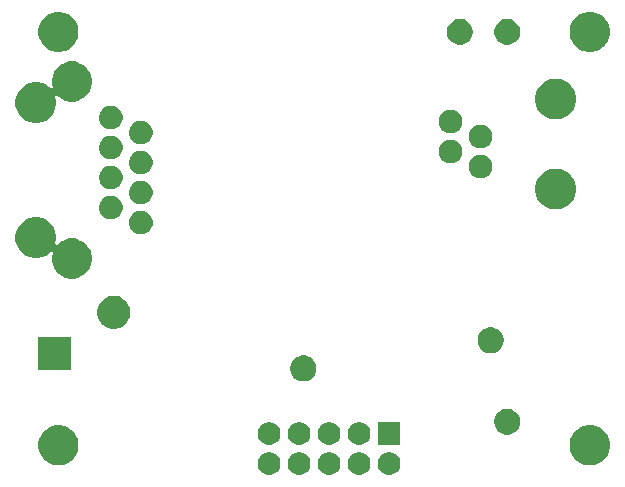
<source format=gbs>
G04 #@! TF.GenerationSoftware,KiCad,Pcbnew,(5.0.2)-1*
G04 #@! TF.CreationDate,2019-05-12T17:47:40+02:00*
G04 #@! TF.ProjectId,MotorController,4d6f746f-7243-46f6-9e74-726f6c6c6572,rev?*
G04 #@! TF.SameCoordinates,Original*
G04 #@! TF.FileFunction,Soldermask,Bot*
G04 #@! TF.FilePolarity,Negative*
%FSLAX46Y46*%
G04 Gerber Fmt 4.6, Leading zero omitted, Abs format (unit mm)*
G04 Created by KiCad (PCBNEW (5.0.2)-1) date 12.05.2019 17:47:40*
%MOMM*%
%LPD*%
G01*
G04 APERTURE LIST*
%ADD10C,0.100000*%
G04 APERTURE END LIST*
D10*
G36*
X103068452Y-100586359D02*
X103108899Y-100590343D01*
X103193449Y-100615991D01*
X103290537Y-100645442D01*
X103457939Y-100734920D01*
X103604665Y-100855335D01*
X103725080Y-101002061D01*
X103814558Y-101169463D01*
X103844009Y-101266551D01*
X103869657Y-101351101D01*
X103869657Y-101351103D01*
X103888263Y-101540000D01*
X103878938Y-101634669D01*
X103869657Y-101728899D01*
X103844009Y-101813449D01*
X103814558Y-101910537D01*
X103725080Y-102077939D01*
X103604665Y-102224665D01*
X103457939Y-102345080D01*
X103290537Y-102434558D01*
X103193449Y-102464009D01*
X103108899Y-102489657D01*
X103068452Y-102493641D01*
X102967339Y-102503600D01*
X102872661Y-102503600D01*
X102771548Y-102493641D01*
X102731101Y-102489657D01*
X102646551Y-102464009D01*
X102549463Y-102434558D01*
X102382061Y-102345080D01*
X102235335Y-102224665D01*
X102114920Y-102077939D01*
X102025442Y-101910537D01*
X101995991Y-101813449D01*
X101970343Y-101728899D01*
X101961062Y-101634669D01*
X101951737Y-101540000D01*
X101970343Y-101351103D01*
X101970343Y-101351101D01*
X101995991Y-101266551D01*
X102025442Y-101169463D01*
X102114920Y-101002061D01*
X102235335Y-100855335D01*
X102382061Y-100734920D01*
X102549463Y-100645442D01*
X102646551Y-100615991D01*
X102731101Y-100590343D01*
X102771548Y-100586359D01*
X102872661Y-100576400D01*
X102967339Y-100576400D01*
X103068452Y-100586359D01*
X103068452Y-100586359D01*
G37*
G36*
X105608452Y-100586359D02*
X105648899Y-100590343D01*
X105733449Y-100615991D01*
X105830537Y-100645442D01*
X105997939Y-100734920D01*
X106144665Y-100855335D01*
X106265080Y-101002061D01*
X106354558Y-101169463D01*
X106384009Y-101266551D01*
X106409657Y-101351101D01*
X106409657Y-101351103D01*
X106428263Y-101540000D01*
X106418938Y-101634669D01*
X106409657Y-101728899D01*
X106384009Y-101813449D01*
X106354558Y-101910537D01*
X106265080Y-102077939D01*
X106144665Y-102224665D01*
X105997939Y-102345080D01*
X105830537Y-102434558D01*
X105733449Y-102464009D01*
X105648899Y-102489657D01*
X105608452Y-102493641D01*
X105507339Y-102503600D01*
X105412661Y-102503600D01*
X105311548Y-102493641D01*
X105271101Y-102489657D01*
X105186551Y-102464009D01*
X105089463Y-102434558D01*
X104922061Y-102345080D01*
X104775335Y-102224665D01*
X104654920Y-102077939D01*
X104565442Y-101910537D01*
X104535991Y-101813449D01*
X104510343Y-101728899D01*
X104501062Y-101634669D01*
X104491737Y-101540000D01*
X104510343Y-101351103D01*
X104510343Y-101351101D01*
X104535991Y-101266551D01*
X104565442Y-101169463D01*
X104654920Y-101002061D01*
X104775335Y-100855335D01*
X104922061Y-100734920D01*
X105089463Y-100645442D01*
X105186551Y-100615991D01*
X105271101Y-100590343D01*
X105311548Y-100586359D01*
X105412661Y-100576400D01*
X105507339Y-100576400D01*
X105608452Y-100586359D01*
X105608452Y-100586359D01*
G37*
G36*
X108148452Y-100586359D02*
X108188899Y-100590343D01*
X108273449Y-100615991D01*
X108370537Y-100645442D01*
X108537939Y-100734920D01*
X108684665Y-100855335D01*
X108805080Y-101002061D01*
X108894558Y-101169463D01*
X108924009Y-101266551D01*
X108949657Y-101351101D01*
X108949657Y-101351103D01*
X108968263Y-101540000D01*
X108958938Y-101634669D01*
X108949657Y-101728899D01*
X108924009Y-101813449D01*
X108894558Y-101910537D01*
X108805080Y-102077939D01*
X108684665Y-102224665D01*
X108537939Y-102345080D01*
X108370537Y-102434558D01*
X108273449Y-102464009D01*
X108188899Y-102489657D01*
X108148452Y-102493641D01*
X108047339Y-102503600D01*
X107952661Y-102503600D01*
X107851548Y-102493641D01*
X107811101Y-102489657D01*
X107726551Y-102464009D01*
X107629463Y-102434558D01*
X107462061Y-102345080D01*
X107315335Y-102224665D01*
X107194920Y-102077939D01*
X107105442Y-101910537D01*
X107075991Y-101813449D01*
X107050343Y-101728899D01*
X107041062Y-101634669D01*
X107031737Y-101540000D01*
X107050343Y-101351103D01*
X107050343Y-101351101D01*
X107075991Y-101266551D01*
X107105442Y-101169463D01*
X107194920Y-101002061D01*
X107315335Y-100855335D01*
X107462061Y-100734920D01*
X107629463Y-100645442D01*
X107726551Y-100615991D01*
X107811101Y-100590343D01*
X107851548Y-100586359D01*
X107952661Y-100576400D01*
X108047339Y-100576400D01*
X108148452Y-100586359D01*
X108148452Y-100586359D01*
G37*
G36*
X100528452Y-100586359D02*
X100568899Y-100590343D01*
X100653449Y-100615991D01*
X100750537Y-100645442D01*
X100917939Y-100734920D01*
X101064665Y-100855335D01*
X101185080Y-101002061D01*
X101274558Y-101169463D01*
X101304009Y-101266551D01*
X101329657Y-101351101D01*
X101329657Y-101351103D01*
X101348263Y-101540000D01*
X101338938Y-101634669D01*
X101329657Y-101728899D01*
X101304009Y-101813449D01*
X101274558Y-101910537D01*
X101185080Y-102077939D01*
X101064665Y-102224665D01*
X100917939Y-102345080D01*
X100750537Y-102434558D01*
X100653449Y-102464009D01*
X100568899Y-102489657D01*
X100528452Y-102493641D01*
X100427339Y-102503600D01*
X100332661Y-102503600D01*
X100231548Y-102493641D01*
X100191101Y-102489657D01*
X100106551Y-102464009D01*
X100009463Y-102434558D01*
X99842061Y-102345080D01*
X99695335Y-102224665D01*
X99574920Y-102077939D01*
X99485442Y-101910537D01*
X99455991Y-101813449D01*
X99430343Y-101728899D01*
X99421062Y-101634669D01*
X99411737Y-101540000D01*
X99430343Y-101351103D01*
X99430343Y-101351101D01*
X99455991Y-101266551D01*
X99485442Y-101169463D01*
X99574920Y-101002061D01*
X99695335Y-100855335D01*
X99842061Y-100734920D01*
X100009463Y-100645442D01*
X100106551Y-100615991D01*
X100191101Y-100590343D01*
X100231548Y-100586359D01*
X100332661Y-100576400D01*
X100427339Y-100576400D01*
X100528452Y-100586359D01*
X100528452Y-100586359D01*
G37*
G36*
X97988452Y-100586359D02*
X98028899Y-100590343D01*
X98113449Y-100615991D01*
X98210537Y-100645442D01*
X98377939Y-100734920D01*
X98524665Y-100855335D01*
X98645080Y-101002061D01*
X98734558Y-101169463D01*
X98764009Y-101266551D01*
X98789657Y-101351101D01*
X98789657Y-101351103D01*
X98808263Y-101540000D01*
X98798938Y-101634669D01*
X98789657Y-101728899D01*
X98764009Y-101813449D01*
X98734558Y-101910537D01*
X98645080Y-102077939D01*
X98524665Y-102224665D01*
X98377939Y-102345080D01*
X98210537Y-102434558D01*
X98113449Y-102464009D01*
X98028899Y-102489657D01*
X97988452Y-102493641D01*
X97887339Y-102503600D01*
X97792661Y-102503600D01*
X97691548Y-102493641D01*
X97651101Y-102489657D01*
X97566551Y-102464009D01*
X97469463Y-102434558D01*
X97302061Y-102345080D01*
X97155335Y-102224665D01*
X97034920Y-102077939D01*
X96945442Y-101910537D01*
X96915991Y-101813449D01*
X96890343Y-101728899D01*
X96881062Y-101634669D01*
X96871737Y-101540000D01*
X96890343Y-101351103D01*
X96890343Y-101351101D01*
X96915991Y-101266551D01*
X96945442Y-101169463D01*
X97034920Y-101002061D01*
X97155335Y-100855335D01*
X97302061Y-100734920D01*
X97469463Y-100645442D01*
X97566551Y-100615991D01*
X97651101Y-100590343D01*
X97691548Y-100586359D01*
X97792661Y-100576400D01*
X97887339Y-100576400D01*
X97988452Y-100586359D01*
X97988452Y-100586359D01*
G37*
G36*
X125495872Y-98365330D02*
X125495874Y-98365331D01*
X125495875Y-98365331D01*
X125556284Y-98390353D01*
X125805252Y-98493479D01*
X126083687Y-98679523D01*
X126320477Y-98916313D01*
X126506521Y-99194748D01*
X126634670Y-99504128D01*
X126700000Y-99832565D01*
X126700000Y-100167435D01*
X126634670Y-100495872D01*
X126506521Y-100805252D01*
X126320477Y-101083687D01*
X126083687Y-101320477D01*
X125805252Y-101506521D01*
X125556284Y-101609647D01*
X125495875Y-101634669D01*
X125495874Y-101634669D01*
X125495872Y-101634670D01*
X125167435Y-101700000D01*
X124832565Y-101700000D01*
X124504128Y-101634670D01*
X124504126Y-101634669D01*
X124504125Y-101634669D01*
X124443716Y-101609647D01*
X124194748Y-101506521D01*
X123916313Y-101320477D01*
X123679523Y-101083687D01*
X123493479Y-100805252D01*
X123365330Y-100495872D01*
X123300000Y-100167435D01*
X123300000Y-99832565D01*
X123365330Y-99504128D01*
X123493479Y-99194748D01*
X123679523Y-98916313D01*
X123916313Y-98679523D01*
X124194748Y-98493479D01*
X124443716Y-98390353D01*
X124504125Y-98365331D01*
X124504126Y-98365331D01*
X124504128Y-98365330D01*
X124832565Y-98300000D01*
X125167435Y-98300000D01*
X125495872Y-98365330D01*
X125495872Y-98365330D01*
G37*
G36*
X80495872Y-98365330D02*
X80495874Y-98365331D01*
X80495875Y-98365331D01*
X80556284Y-98390353D01*
X80805252Y-98493479D01*
X81083687Y-98679523D01*
X81320477Y-98916313D01*
X81506521Y-99194748D01*
X81634670Y-99504128D01*
X81700000Y-99832565D01*
X81700000Y-100167435D01*
X81634670Y-100495872D01*
X81506521Y-100805252D01*
X81320477Y-101083687D01*
X81083687Y-101320477D01*
X80805252Y-101506521D01*
X80556284Y-101609647D01*
X80495875Y-101634669D01*
X80495874Y-101634669D01*
X80495872Y-101634670D01*
X80167435Y-101700000D01*
X79832565Y-101700000D01*
X79504128Y-101634670D01*
X79504126Y-101634669D01*
X79504125Y-101634669D01*
X79443716Y-101609647D01*
X79194748Y-101506521D01*
X78916313Y-101320477D01*
X78679523Y-101083687D01*
X78493479Y-100805252D01*
X78365330Y-100495872D01*
X78300000Y-100167435D01*
X78300000Y-99832565D01*
X78365330Y-99504128D01*
X78493479Y-99194748D01*
X78679523Y-98916313D01*
X78916313Y-98679523D01*
X79194748Y-98493479D01*
X79443716Y-98390353D01*
X79504125Y-98365331D01*
X79504126Y-98365331D01*
X79504128Y-98365330D01*
X79832565Y-98300000D01*
X80167435Y-98300000D01*
X80495872Y-98365330D01*
X80495872Y-98365330D01*
G37*
G36*
X105608452Y-98046359D02*
X105648899Y-98050343D01*
X105733449Y-98075991D01*
X105830537Y-98105442D01*
X105997939Y-98194920D01*
X106144665Y-98315335D01*
X106265080Y-98462061D01*
X106354558Y-98629463D01*
X106384009Y-98726551D01*
X106409657Y-98811101D01*
X106409657Y-98811103D01*
X106428263Y-99000000D01*
X106418413Y-99100000D01*
X106409657Y-99188899D01*
X106384009Y-99273449D01*
X106354558Y-99370537D01*
X106265080Y-99537939D01*
X106144665Y-99684665D01*
X105997939Y-99805080D01*
X105830537Y-99894558D01*
X105733449Y-99924009D01*
X105648899Y-99949657D01*
X105608452Y-99953641D01*
X105507339Y-99963600D01*
X105412661Y-99963600D01*
X105311548Y-99953641D01*
X105271101Y-99949657D01*
X105186551Y-99924009D01*
X105089463Y-99894558D01*
X104922061Y-99805080D01*
X104775335Y-99684665D01*
X104654920Y-99537939D01*
X104565442Y-99370537D01*
X104535991Y-99273449D01*
X104510343Y-99188899D01*
X104501587Y-99100000D01*
X104491737Y-99000000D01*
X104510343Y-98811103D01*
X104510343Y-98811101D01*
X104535991Y-98726551D01*
X104565442Y-98629463D01*
X104654920Y-98462061D01*
X104775335Y-98315335D01*
X104922061Y-98194920D01*
X105089463Y-98105442D01*
X105186551Y-98075991D01*
X105271101Y-98050343D01*
X105311548Y-98046359D01*
X105412661Y-98036400D01*
X105507339Y-98036400D01*
X105608452Y-98046359D01*
X105608452Y-98046359D01*
G37*
G36*
X103068452Y-98046359D02*
X103108899Y-98050343D01*
X103193449Y-98075991D01*
X103290537Y-98105442D01*
X103457939Y-98194920D01*
X103604665Y-98315335D01*
X103725080Y-98462061D01*
X103814558Y-98629463D01*
X103844009Y-98726551D01*
X103869657Y-98811101D01*
X103869657Y-98811103D01*
X103888263Y-99000000D01*
X103878413Y-99100000D01*
X103869657Y-99188899D01*
X103844009Y-99273449D01*
X103814558Y-99370537D01*
X103725080Y-99537939D01*
X103604665Y-99684665D01*
X103457939Y-99805080D01*
X103290537Y-99894558D01*
X103193449Y-99924009D01*
X103108899Y-99949657D01*
X103068452Y-99953641D01*
X102967339Y-99963600D01*
X102872661Y-99963600D01*
X102771548Y-99953641D01*
X102731101Y-99949657D01*
X102646551Y-99924009D01*
X102549463Y-99894558D01*
X102382061Y-99805080D01*
X102235335Y-99684665D01*
X102114920Y-99537939D01*
X102025442Y-99370537D01*
X101995991Y-99273449D01*
X101970343Y-99188899D01*
X101961587Y-99100000D01*
X101951737Y-99000000D01*
X101970343Y-98811103D01*
X101970343Y-98811101D01*
X101995991Y-98726551D01*
X102025442Y-98629463D01*
X102114920Y-98462061D01*
X102235335Y-98315335D01*
X102382061Y-98194920D01*
X102549463Y-98105442D01*
X102646551Y-98075991D01*
X102731101Y-98050343D01*
X102771548Y-98046359D01*
X102872661Y-98036400D01*
X102967339Y-98036400D01*
X103068452Y-98046359D01*
X103068452Y-98046359D01*
G37*
G36*
X100528452Y-98046359D02*
X100568899Y-98050343D01*
X100653449Y-98075991D01*
X100750537Y-98105442D01*
X100917939Y-98194920D01*
X101064665Y-98315335D01*
X101185080Y-98462061D01*
X101274558Y-98629463D01*
X101304009Y-98726551D01*
X101329657Y-98811101D01*
X101329657Y-98811103D01*
X101348263Y-99000000D01*
X101338413Y-99100000D01*
X101329657Y-99188899D01*
X101304009Y-99273449D01*
X101274558Y-99370537D01*
X101185080Y-99537939D01*
X101064665Y-99684665D01*
X100917939Y-99805080D01*
X100750537Y-99894558D01*
X100653449Y-99924009D01*
X100568899Y-99949657D01*
X100528452Y-99953641D01*
X100427339Y-99963600D01*
X100332661Y-99963600D01*
X100231548Y-99953641D01*
X100191101Y-99949657D01*
X100106551Y-99924009D01*
X100009463Y-99894558D01*
X99842061Y-99805080D01*
X99695335Y-99684665D01*
X99574920Y-99537939D01*
X99485442Y-99370537D01*
X99455991Y-99273449D01*
X99430343Y-99188899D01*
X99421587Y-99100000D01*
X99411737Y-99000000D01*
X99430343Y-98811103D01*
X99430343Y-98811101D01*
X99455991Y-98726551D01*
X99485442Y-98629463D01*
X99574920Y-98462061D01*
X99695335Y-98315335D01*
X99842061Y-98194920D01*
X100009463Y-98105442D01*
X100106551Y-98075991D01*
X100191101Y-98050343D01*
X100231548Y-98046359D01*
X100332661Y-98036400D01*
X100427339Y-98036400D01*
X100528452Y-98046359D01*
X100528452Y-98046359D01*
G37*
G36*
X97988452Y-98046359D02*
X98028899Y-98050343D01*
X98113449Y-98075991D01*
X98210537Y-98105442D01*
X98377939Y-98194920D01*
X98524665Y-98315335D01*
X98645080Y-98462061D01*
X98734558Y-98629463D01*
X98764009Y-98726551D01*
X98789657Y-98811101D01*
X98789657Y-98811103D01*
X98808263Y-99000000D01*
X98798413Y-99100000D01*
X98789657Y-99188899D01*
X98764009Y-99273449D01*
X98734558Y-99370537D01*
X98645080Y-99537939D01*
X98524665Y-99684665D01*
X98377939Y-99805080D01*
X98210537Y-99894558D01*
X98113449Y-99924009D01*
X98028899Y-99949657D01*
X97988452Y-99953641D01*
X97887339Y-99963600D01*
X97792661Y-99963600D01*
X97691548Y-99953641D01*
X97651101Y-99949657D01*
X97566551Y-99924009D01*
X97469463Y-99894558D01*
X97302061Y-99805080D01*
X97155335Y-99684665D01*
X97034920Y-99537939D01*
X96945442Y-99370537D01*
X96915991Y-99273449D01*
X96890343Y-99188899D01*
X96881587Y-99100000D01*
X96871737Y-99000000D01*
X96890343Y-98811103D01*
X96890343Y-98811101D01*
X96915991Y-98726551D01*
X96945442Y-98629463D01*
X97034920Y-98462061D01*
X97155335Y-98315335D01*
X97302061Y-98194920D01*
X97469463Y-98105442D01*
X97566551Y-98075991D01*
X97651101Y-98050343D01*
X97691548Y-98046359D01*
X97792661Y-98036400D01*
X97887339Y-98036400D01*
X97988452Y-98046359D01*
X97988452Y-98046359D01*
G37*
G36*
X108963600Y-99963600D02*
X107036400Y-99963600D01*
X107036400Y-98036400D01*
X108963600Y-98036400D01*
X108963600Y-99963600D01*
X108963600Y-99963600D01*
G37*
G36*
X118320856Y-96942272D02*
X118521045Y-97025193D01*
X118701207Y-97145573D01*
X118854427Y-97298793D01*
X118974807Y-97478955D01*
X119057728Y-97679144D01*
X119100000Y-97891657D01*
X119100000Y-98108343D01*
X119057728Y-98320856D01*
X118974807Y-98521045D01*
X118854427Y-98701207D01*
X118701207Y-98854427D01*
X118521045Y-98974807D01*
X118320856Y-99057728D01*
X118108343Y-99100000D01*
X117891657Y-99100000D01*
X117679144Y-99057728D01*
X117478955Y-98974807D01*
X117298793Y-98854427D01*
X117145573Y-98701207D01*
X117025193Y-98521045D01*
X116942272Y-98320856D01*
X116900000Y-98108343D01*
X116900000Y-97891657D01*
X116942272Y-97679144D01*
X117025193Y-97478955D01*
X117145573Y-97298793D01*
X117298793Y-97145573D01*
X117478955Y-97025193D01*
X117679144Y-96942272D01*
X117891657Y-96900000D01*
X118108343Y-96900000D01*
X118320856Y-96942272D01*
X118320856Y-96942272D01*
G37*
G36*
X101070856Y-92442272D02*
X101271045Y-92525193D01*
X101451207Y-92645573D01*
X101604427Y-92798793D01*
X101724807Y-92978955D01*
X101807728Y-93179144D01*
X101850000Y-93391657D01*
X101850000Y-93608343D01*
X101807728Y-93820856D01*
X101724807Y-94021045D01*
X101604427Y-94201207D01*
X101451207Y-94354427D01*
X101271045Y-94474807D01*
X101070856Y-94557728D01*
X100858343Y-94600000D01*
X100641657Y-94600000D01*
X100429144Y-94557728D01*
X100228955Y-94474807D01*
X100048793Y-94354427D01*
X99895573Y-94201207D01*
X99775193Y-94021045D01*
X99692272Y-93820856D01*
X99650000Y-93608343D01*
X99650000Y-93391657D01*
X99692272Y-93179144D01*
X99775193Y-92978955D01*
X99895573Y-92798793D01*
X100048793Y-92645573D01*
X100228955Y-92525193D01*
X100429144Y-92442272D01*
X100641657Y-92400000D01*
X100858343Y-92400000D01*
X101070856Y-92442272D01*
X101070856Y-92442272D01*
G37*
G36*
X81100000Y-93650000D02*
X78300000Y-93650000D01*
X78300000Y-90850000D01*
X81100000Y-90850000D01*
X81100000Y-93650000D01*
X81100000Y-93650000D01*
G37*
G36*
X116920856Y-90042272D02*
X117121045Y-90125193D01*
X117301207Y-90245573D01*
X117454427Y-90398793D01*
X117574807Y-90578955D01*
X117657728Y-90779144D01*
X117700000Y-90991657D01*
X117700000Y-91208343D01*
X117657728Y-91420856D01*
X117574807Y-91621045D01*
X117454427Y-91801207D01*
X117301207Y-91954427D01*
X117121045Y-92074807D01*
X116920856Y-92157728D01*
X116708343Y-92200000D01*
X116491657Y-92200000D01*
X116279144Y-92157728D01*
X116078955Y-92074807D01*
X115898793Y-91954427D01*
X115745573Y-91801207D01*
X115625193Y-91621045D01*
X115542272Y-91420856D01*
X115500000Y-91208343D01*
X115500000Y-90991657D01*
X115542272Y-90779144D01*
X115625193Y-90578955D01*
X115745573Y-90398793D01*
X115898793Y-90245573D01*
X116078955Y-90125193D01*
X116279144Y-90042272D01*
X116491657Y-90000000D01*
X116708343Y-90000000D01*
X116920856Y-90042272D01*
X116920856Y-90042272D01*
G37*
G36*
X85108365Y-87403801D02*
X85108367Y-87403802D01*
X85108368Y-87403802D01*
X85363149Y-87509336D01*
X85592448Y-87662549D01*
X85787451Y-87857552D01*
X85940664Y-88086851D01*
X86046199Y-88341635D01*
X86100000Y-88612112D01*
X86100000Y-88887888D01*
X86046199Y-89158365D01*
X85940664Y-89413149D01*
X85787451Y-89642448D01*
X85592448Y-89837451D01*
X85363149Y-89990664D01*
X85108368Y-90096198D01*
X85108367Y-90096198D01*
X85108365Y-90096199D01*
X84837888Y-90150000D01*
X84562112Y-90150000D01*
X84291635Y-90096199D01*
X84291633Y-90096198D01*
X84291632Y-90096198D01*
X84036851Y-89990664D01*
X83807552Y-89837451D01*
X83612549Y-89642448D01*
X83459336Y-89413149D01*
X83353801Y-89158365D01*
X83300000Y-88887888D01*
X83300000Y-88612112D01*
X83353801Y-88341635D01*
X83459336Y-88086851D01*
X83612549Y-87857552D01*
X83807552Y-87662549D01*
X84036851Y-87509336D01*
X84291632Y-87403802D01*
X84291633Y-87403802D01*
X84291635Y-87403801D01*
X84562112Y-87350000D01*
X84837888Y-87350000D01*
X85108365Y-87403801D01*
X85108365Y-87403801D01*
G37*
G36*
X78603164Y-80756290D02*
X78917094Y-80886324D01*
X79199624Y-81075105D01*
X79439895Y-81315376D01*
X79628676Y-81597906D01*
X79758710Y-81911836D01*
X79825000Y-82245102D01*
X79825000Y-82584898D01*
X79758710Y-82918164D01*
X79758707Y-82918172D01*
X79758471Y-82919357D01*
X79756550Y-82938866D01*
X79758471Y-82958375D01*
X79764162Y-82977134D01*
X79773403Y-82994423D01*
X79785839Y-83009577D01*
X79800993Y-83022013D01*
X79818282Y-83031254D01*
X79837041Y-83036945D01*
X79856550Y-83038866D01*
X79876059Y-83036945D01*
X79894818Y-83031254D01*
X79912107Y-83022013D01*
X79927250Y-83009586D01*
X80064313Y-82872523D01*
X80342748Y-82686479D01*
X80591716Y-82583353D01*
X80652125Y-82558331D01*
X80652126Y-82558331D01*
X80652128Y-82558330D01*
X80980565Y-82493000D01*
X81315435Y-82493000D01*
X81643872Y-82558330D01*
X81643874Y-82558331D01*
X81643875Y-82558331D01*
X81704284Y-82583353D01*
X81953252Y-82686479D01*
X82231687Y-82872523D01*
X82468477Y-83109313D01*
X82654521Y-83387748D01*
X82734754Y-83581449D01*
X82760325Y-83643181D01*
X82782670Y-83697128D01*
X82848000Y-84025565D01*
X82848000Y-84360435D01*
X82782670Y-84688872D01*
X82654521Y-84998252D01*
X82468477Y-85276687D01*
X82231687Y-85513477D01*
X81953252Y-85699521D01*
X81704284Y-85802647D01*
X81643875Y-85827669D01*
X81643874Y-85827669D01*
X81643872Y-85827670D01*
X81315435Y-85893000D01*
X80980565Y-85893000D01*
X80652128Y-85827670D01*
X80652126Y-85827669D01*
X80652125Y-85827669D01*
X80591716Y-85802647D01*
X80342748Y-85699521D01*
X80064313Y-85513477D01*
X79827523Y-85276687D01*
X79641479Y-84998252D01*
X79513330Y-84688872D01*
X79448000Y-84360435D01*
X79448000Y-84025565D01*
X79512570Y-83700950D01*
X79514490Y-83681449D01*
X79512569Y-83661940D01*
X79506878Y-83643181D01*
X79497637Y-83625892D01*
X79485201Y-83610738D01*
X79470047Y-83598302D01*
X79452758Y-83589061D01*
X79433999Y-83583370D01*
X79414490Y-83581449D01*
X79394981Y-83583370D01*
X79376222Y-83589061D01*
X79358933Y-83598302D01*
X79343790Y-83610729D01*
X79199624Y-83754895D01*
X78917094Y-83943676D01*
X78603164Y-84073710D01*
X78269898Y-84140000D01*
X77930102Y-84140000D01*
X77596836Y-84073710D01*
X77282906Y-83943676D01*
X77000376Y-83754895D01*
X76760105Y-83514624D01*
X76571324Y-83232094D01*
X76441290Y-82918164D01*
X76375000Y-82584898D01*
X76375000Y-82245102D01*
X76441290Y-81911836D01*
X76571324Y-81597906D01*
X76760105Y-81315376D01*
X77000376Y-81075105D01*
X77282906Y-80886324D01*
X77596836Y-80756290D01*
X77930102Y-80690000D01*
X78269898Y-80690000D01*
X78603164Y-80756290D01*
X78603164Y-80756290D01*
G37*
G36*
X87197520Y-80166687D02*
X87281689Y-80183429D01*
X87463678Y-80258811D01*
X87627463Y-80368249D01*
X87766751Y-80507537D01*
X87876189Y-80671322D01*
X87951571Y-80853311D01*
X87958138Y-80886325D01*
X87990000Y-81046506D01*
X87990000Y-81243494D01*
X87975701Y-81315379D01*
X87951571Y-81436689D01*
X87876189Y-81618678D01*
X87766751Y-81782463D01*
X87627463Y-81921751D01*
X87463678Y-82031189D01*
X87281689Y-82106571D01*
X87204410Y-82121943D01*
X87088494Y-82145000D01*
X86891506Y-82145000D01*
X86775590Y-82121943D01*
X86698311Y-82106571D01*
X86516322Y-82031189D01*
X86352537Y-81921751D01*
X86213249Y-81782463D01*
X86103811Y-81618678D01*
X86028429Y-81436689D01*
X86004299Y-81315379D01*
X85990000Y-81243494D01*
X85990000Y-81046506D01*
X86021862Y-80886325D01*
X86028429Y-80853311D01*
X86103811Y-80671322D01*
X86213249Y-80507537D01*
X86352537Y-80368249D01*
X86516322Y-80258811D01*
X86698311Y-80183429D01*
X86782480Y-80166687D01*
X86891506Y-80145000D01*
X87088494Y-80145000D01*
X87197520Y-80166687D01*
X87197520Y-80166687D01*
G37*
G36*
X84657520Y-78896687D02*
X84741689Y-78913429D01*
X84923678Y-78988811D01*
X85087463Y-79098249D01*
X85226751Y-79237537D01*
X85336189Y-79401322D01*
X85411571Y-79583311D01*
X85411571Y-79583313D01*
X85450000Y-79776506D01*
X85450000Y-79973494D01*
X85426943Y-80089410D01*
X85411571Y-80166689D01*
X85336189Y-80348678D01*
X85226751Y-80512463D01*
X85087463Y-80651751D01*
X84923678Y-80761189D01*
X84741689Y-80836571D01*
X84664410Y-80851943D01*
X84548494Y-80875000D01*
X84351506Y-80875000D01*
X84235590Y-80851943D01*
X84158311Y-80836571D01*
X83976322Y-80761189D01*
X83812537Y-80651751D01*
X83673249Y-80512463D01*
X83563811Y-80348678D01*
X83488429Y-80166689D01*
X83473057Y-80089410D01*
X83450000Y-79973494D01*
X83450000Y-79776506D01*
X83488429Y-79583313D01*
X83488429Y-79583311D01*
X83563811Y-79401322D01*
X83673249Y-79237537D01*
X83812537Y-79098249D01*
X83976322Y-78988811D01*
X84158311Y-78913429D01*
X84242480Y-78896687D01*
X84351506Y-78875000D01*
X84548494Y-78875000D01*
X84657520Y-78896687D01*
X84657520Y-78896687D01*
G37*
G36*
X122603164Y-76651290D02*
X122917094Y-76781324D01*
X123199624Y-76970105D01*
X123439895Y-77210376D01*
X123628676Y-77492906D01*
X123758710Y-77806836D01*
X123825000Y-78140102D01*
X123825000Y-78479898D01*
X123758710Y-78813164D01*
X123628676Y-79127094D01*
X123439895Y-79409624D01*
X123199624Y-79649895D01*
X122917094Y-79838676D01*
X122603164Y-79968710D01*
X122269898Y-80035000D01*
X121930102Y-80035000D01*
X121596836Y-79968710D01*
X121282906Y-79838676D01*
X121000376Y-79649895D01*
X120760105Y-79409624D01*
X120571324Y-79127094D01*
X120441290Y-78813164D01*
X120375000Y-78479898D01*
X120375000Y-78140102D01*
X120441290Y-77806836D01*
X120571324Y-77492906D01*
X120760105Y-77210376D01*
X121000376Y-76970105D01*
X121282906Y-76781324D01*
X121596836Y-76651290D01*
X121930102Y-76585000D01*
X122269898Y-76585000D01*
X122603164Y-76651290D01*
X122603164Y-76651290D01*
G37*
G36*
X87197520Y-77626687D02*
X87281689Y-77643429D01*
X87463678Y-77718811D01*
X87627463Y-77828249D01*
X87766751Y-77967537D01*
X87876189Y-78131322D01*
X87951571Y-78313311D01*
X87951571Y-78313313D01*
X87990000Y-78506506D01*
X87990000Y-78703494D01*
X87968185Y-78813164D01*
X87951571Y-78896689D01*
X87876189Y-79078678D01*
X87766751Y-79242463D01*
X87627463Y-79381751D01*
X87463678Y-79491189D01*
X87281689Y-79566571D01*
X87204410Y-79581943D01*
X87088494Y-79605000D01*
X86891506Y-79605000D01*
X86775590Y-79581943D01*
X86698311Y-79566571D01*
X86516322Y-79491189D01*
X86352537Y-79381751D01*
X86213249Y-79242463D01*
X86103811Y-79078678D01*
X86028429Y-78896689D01*
X86011815Y-78813164D01*
X85990000Y-78703494D01*
X85990000Y-78506506D01*
X86028429Y-78313313D01*
X86028429Y-78313311D01*
X86103811Y-78131322D01*
X86213249Y-77967537D01*
X86352537Y-77828249D01*
X86516322Y-77718811D01*
X86698311Y-77643429D01*
X86782480Y-77626687D01*
X86891506Y-77605000D01*
X87088494Y-77605000D01*
X87197520Y-77626687D01*
X87197520Y-77626687D01*
G37*
G36*
X84657520Y-76356687D02*
X84741689Y-76373429D01*
X84923678Y-76448811D01*
X85087463Y-76558249D01*
X85226751Y-76697537D01*
X85336189Y-76861322D01*
X85411571Y-77043311D01*
X85411571Y-77043313D01*
X85450000Y-77236506D01*
X85450000Y-77433494D01*
X85438182Y-77492906D01*
X85411571Y-77626689D01*
X85336189Y-77808678D01*
X85226751Y-77972463D01*
X85087463Y-78111751D01*
X84923678Y-78221189D01*
X84741689Y-78296571D01*
X84664410Y-78311943D01*
X84548494Y-78335000D01*
X84351506Y-78335000D01*
X84235590Y-78311943D01*
X84158311Y-78296571D01*
X83976322Y-78221189D01*
X83812537Y-78111751D01*
X83673249Y-77972463D01*
X83563811Y-77808678D01*
X83488429Y-77626689D01*
X83461818Y-77492906D01*
X83450000Y-77433494D01*
X83450000Y-77236506D01*
X83488429Y-77043313D01*
X83488429Y-77043311D01*
X83563811Y-76861322D01*
X83673249Y-76697537D01*
X83812537Y-76558249D01*
X83976322Y-76448811D01*
X84158311Y-76373429D01*
X84242480Y-76356687D01*
X84351506Y-76335000D01*
X84548494Y-76335000D01*
X84657520Y-76356687D01*
X84657520Y-76356687D01*
G37*
G36*
X115957520Y-75421687D02*
X116041689Y-75438429D01*
X116223678Y-75513811D01*
X116387463Y-75623249D01*
X116526751Y-75762537D01*
X116636189Y-75926322D01*
X116711571Y-76108311D01*
X116711571Y-76108313D01*
X116750000Y-76301506D01*
X116750000Y-76498494D01*
X116738114Y-76558249D01*
X116711571Y-76691689D01*
X116636189Y-76873678D01*
X116526751Y-77037463D01*
X116387463Y-77176751D01*
X116223678Y-77286189D01*
X116041689Y-77361571D01*
X115964410Y-77376943D01*
X115848494Y-77400000D01*
X115651506Y-77400000D01*
X115535590Y-77376943D01*
X115458311Y-77361571D01*
X115276322Y-77286189D01*
X115112537Y-77176751D01*
X114973249Y-77037463D01*
X114863811Y-76873678D01*
X114788429Y-76691689D01*
X114761886Y-76558249D01*
X114750000Y-76498494D01*
X114750000Y-76301506D01*
X114788429Y-76108313D01*
X114788429Y-76108311D01*
X114863811Y-75926322D01*
X114973249Y-75762537D01*
X115112537Y-75623249D01*
X115276322Y-75513811D01*
X115458311Y-75438429D01*
X115542480Y-75421687D01*
X115651506Y-75400000D01*
X115848494Y-75400000D01*
X115957520Y-75421687D01*
X115957520Y-75421687D01*
G37*
G36*
X87197520Y-75086687D02*
X87281689Y-75103429D01*
X87463678Y-75178811D01*
X87627463Y-75288249D01*
X87766751Y-75427537D01*
X87876189Y-75591322D01*
X87951571Y-75773311D01*
X87951571Y-75773313D01*
X87990000Y-75966506D01*
X87990000Y-76163494D01*
X87966943Y-76279410D01*
X87951571Y-76356689D01*
X87876189Y-76538678D01*
X87766751Y-76702463D01*
X87627463Y-76841751D01*
X87463678Y-76951189D01*
X87281689Y-77026571D01*
X87204410Y-77041943D01*
X87088494Y-77065000D01*
X86891506Y-77065000D01*
X86775590Y-77041943D01*
X86698311Y-77026571D01*
X86516322Y-76951189D01*
X86352537Y-76841751D01*
X86213249Y-76702463D01*
X86103811Y-76538678D01*
X86028429Y-76356689D01*
X86013057Y-76279410D01*
X85990000Y-76163494D01*
X85990000Y-75966506D01*
X86028429Y-75773313D01*
X86028429Y-75773311D01*
X86103811Y-75591322D01*
X86213249Y-75427537D01*
X86352537Y-75288249D01*
X86516322Y-75178811D01*
X86698311Y-75103429D01*
X86782480Y-75086687D01*
X86891506Y-75065000D01*
X87088494Y-75065000D01*
X87197520Y-75086687D01*
X87197520Y-75086687D01*
G37*
G36*
X113417520Y-74151687D02*
X113501689Y-74168429D01*
X113683678Y-74243811D01*
X113847463Y-74353249D01*
X113986751Y-74492537D01*
X114096189Y-74656322D01*
X114171571Y-74838311D01*
X114171571Y-74838313D01*
X114210000Y-75031506D01*
X114210000Y-75228494D01*
X114198114Y-75288249D01*
X114171571Y-75421689D01*
X114096189Y-75603678D01*
X113986751Y-75767463D01*
X113847463Y-75906751D01*
X113683678Y-76016189D01*
X113501689Y-76091571D01*
X113424410Y-76106943D01*
X113308494Y-76130000D01*
X113111506Y-76130000D01*
X112995590Y-76106943D01*
X112918311Y-76091571D01*
X112736322Y-76016189D01*
X112572537Y-75906751D01*
X112433249Y-75767463D01*
X112323811Y-75603678D01*
X112248429Y-75421689D01*
X112221886Y-75288249D01*
X112210000Y-75228494D01*
X112210000Y-75031506D01*
X112248429Y-74838313D01*
X112248429Y-74838311D01*
X112323811Y-74656322D01*
X112433249Y-74492537D01*
X112572537Y-74353249D01*
X112736322Y-74243811D01*
X112918311Y-74168429D01*
X113002480Y-74151687D01*
X113111506Y-74130000D01*
X113308494Y-74130000D01*
X113417520Y-74151687D01*
X113417520Y-74151687D01*
G37*
G36*
X84657520Y-73816687D02*
X84741689Y-73833429D01*
X84923678Y-73908811D01*
X85087463Y-74018249D01*
X85226751Y-74157537D01*
X85336189Y-74321322D01*
X85411571Y-74503311D01*
X85411571Y-74503313D01*
X85450000Y-74696506D01*
X85450000Y-74893494D01*
X85426943Y-75009410D01*
X85411571Y-75086689D01*
X85336189Y-75268678D01*
X85226751Y-75432463D01*
X85087463Y-75571751D01*
X84923678Y-75681189D01*
X84741689Y-75756571D01*
X84664410Y-75771943D01*
X84548494Y-75795000D01*
X84351506Y-75795000D01*
X84235590Y-75771943D01*
X84158311Y-75756571D01*
X83976322Y-75681189D01*
X83812537Y-75571751D01*
X83673249Y-75432463D01*
X83563811Y-75268678D01*
X83488429Y-75086689D01*
X83473057Y-75009410D01*
X83450000Y-74893494D01*
X83450000Y-74696506D01*
X83488429Y-74503313D01*
X83488429Y-74503311D01*
X83563811Y-74321322D01*
X83673249Y-74157537D01*
X83812537Y-74018249D01*
X83976322Y-73908811D01*
X84158311Y-73833429D01*
X84242480Y-73816687D01*
X84351506Y-73795000D01*
X84548494Y-73795000D01*
X84657520Y-73816687D01*
X84657520Y-73816687D01*
G37*
G36*
X115957520Y-72881687D02*
X116041689Y-72898429D01*
X116223678Y-72973811D01*
X116387463Y-73083249D01*
X116526751Y-73222537D01*
X116636189Y-73386322D01*
X116711571Y-73568311D01*
X116711571Y-73568313D01*
X116750000Y-73761506D01*
X116750000Y-73958494D01*
X116738114Y-74018249D01*
X116711571Y-74151689D01*
X116636189Y-74333678D01*
X116526751Y-74497463D01*
X116387463Y-74636751D01*
X116223678Y-74746189D01*
X116041689Y-74821571D01*
X115964410Y-74836943D01*
X115848494Y-74860000D01*
X115651506Y-74860000D01*
X115535590Y-74836943D01*
X115458311Y-74821571D01*
X115276322Y-74746189D01*
X115112537Y-74636751D01*
X114973249Y-74497463D01*
X114863811Y-74333678D01*
X114788429Y-74151689D01*
X114761886Y-74018249D01*
X114750000Y-73958494D01*
X114750000Y-73761506D01*
X114788429Y-73568313D01*
X114788429Y-73568311D01*
X114863811Y-73386322D01*
X114973249Y-73222537D01*
X115112537Y-73083249D01*
X115276322Y-72973811D01*
X115458311Y-72898429D01*
X115542480Y-72881687D01*
X115651506Y-72860000D01*
X115848494Y-72860000D01*
X115957520Y-72881687D01*
X115957520Y-72881687D01*
G37*
G36*
X87197520Y-72546687D02*
X87281689Y-72563429D01*
X87463678Y-72638811D01*
X87627463Y-72748249D01*
X87766751Y-72887537D01*
X87876189Y-73051322D01*
X87951571Y-73233311D01*
X87951571Y-73233313D01*
X87990000Y-73426506D01*
X87990000Y-73623494D01*
X87966943Y-73739410D01*
X87951571Y-73816689D01*
X87876189Y-73998678D01*
X87766751Y-74162463D01*
X87627463Y-74301751D01*
X87463678Y-74411189D01*
X87281689Y-74486571D01*
X87204410Y-74501943D01*
X87088494Y-74525000D01*
X86891506Y-74525000D01*
X86775590Y-74501943D01*
X86698311Y-74486571D01*
X86516322Y-74411189D01*
X86352537Y-74301751D01*
X86213249Y-74162463D01*
X86103811Y-73998678D01*
X86028429Y-73816689D01*
X86013057Y-73739410D01*
X85990000Y-73623494D01*
X85990000Y-73426506D01*
X86028429Y-73233313D01*
X86028429Y-73233311D01*
X86103811Y-73051322D01*
X86213249Y-72887537D01*
X86352537Y-72748249D01*
X86516322Y-72638811D01*
X86698311Y-72563429D01*
X86782480Y-72546687D01*
X86891506Y-72525000D01*
X87088494Y-72525000D01*
X87197520Y-72546687D01*
X87197520Y-72546687D01*
G37*
G36*
X113424410Y-71613057D02*
X113501689Y-71628429D01*
X113683678Y-71703811D01*
X113847463Y-71813249D01*
X113986751Y-71952537D01*
X114096189Y-72116322D01*
X114171571Y-72298311D01*
X114171571Y-72298313D01*
X114210000Y-72491506D01*
X114210000Y-72688494D01*
X114198114Y-72748249D01*
X114171571Y-72881689D01*
X114096189Y-73063678D01*
X113986751Y-73227463D01*
X113847463Y-73366751D01*
X113683678Y-73476189D01*
X113501689Y-73551571D01*
X113424410Y-73566943D01*
X113308494Y-73590000D01*
X113111506Y-73590000D01*
X112995590Y-73566943D01*
X112918311Y-73551571D01*
X112736322Y-73476189D01*
X112572537Y-73366751D01*
X112433249Y-73227463D01*
X112323811Y-73063678D01*
X112248429Y-72881689D01*
X112221886Y-72748249D01*
X112210000Y-72688494D01*
X112210000Y-72491506D01*
X112248429Y-72298313D01*
X112248429Y-72298311D01*
X112323811Y-72116322D01*
X112433249Y-71952537D01*
X112572537Y-71813249D01*
X112736322Y-71703811D01*
X112918311Y-71628429D01*
X112995590Y-71613057D01*
X113111506Y-71590000D01*
X113308494Y-71590000D01*
X113424410Y-71613057D01*
X113424410Y-71613057D01*
G37*
G36*
X84664410Y-71278057D02*
X84741689Y-71293429D01*
X84923678Y-71368811D01*
X85087463Y-71478249D01*
X85226751Y-71617537D01*
X85336189Y-71781322D01*
X85411571Y-71963311D01*
X85411571Y-71963313D01*
X85450000Y-72156506D01*
X85450000Y-72353494D01*
X85426943Y-72469410D01*
X85411571Y-72546689D01*
X85336189Y-72728678D01*
X85226751Y-72892463D01*
X85087463Y-73031751D01*
X84923678Y-73141189D01*
X84741689Y-73216571D01*
X84664410Y-73231943D01*
X84548494Y-73255000D01*
X84351506Y-73255000D01*
X84235590Y-73231943D01*
X84158311Y-73216571D01*
X83976322Y-73141189D01*
X83812537Y-73031751D01*
X83673249Y-72892463D01*
X83563811Y-72728678D01*
X83488429Y-72546689D01*
X83473057Y-72469410D01*
X83450000Y-72353494D01*
X83450000Y-72156506D01*
X83488429Y-71963313D01*
X83488429Y-71963311D01*
X83563811Y-71781322D01*
X83673249Y-71617537D01*
X83812537Y-71478249D01*
X83976322Y-71368811D01*
X84158311Y-71293429D01*
X84235590Y-71278057D01*
X84351506Y-71255000D01*
X84548494Y-71255000D01*
X84664410Y-71278057D01*
X84664410Y-71278057D01*
G37*
G36*
X81643872Y-67572330D02*
X81643874Y-67572331D01*
X81643875Y-67572331D01*
X81704284Y-67597353D01*
X81953252Y-67700479D01*
X82231687Y-67886523D01*
X82468477Y-68123313D01*
X82654521Y-68401748D01*
X82782670Y-68711128D01*
X82848000Y-69039565D01*
X82848000Y-69374435D01*
X82783432Y-69699042D01*
X82782669Y-69702875D01*
X82757647Y-69763284D01*
X82654521Y-70012252D01*
X82468477Y-70290687D01*
X82231687Y-70527477D01*
X81953252Y-70713521D01*
X81708013Y-70815102D01*
X81643875Y-70841669D01*
X81643874Y-70841669D01*
X81643872Y-70841670D01*
X81315435Y-70907000D01*
X80980565Y-70907000D01*
X80652128Y-70841670D01*
X80652126Y-70841669D01*
X80652125Y-70841669D01*
X80587987Y-70815102D01*
X80342748Y-70713521D01*
X80064313Y-70527477D01*
X79927250Y-70390414D01*
X79912107Y-70377987D01*
X79894818Y-70368746D01*
X79876059Y-70363055D01*
X79856550Y-70361134D01*
X79837041Y-70363055D01*
X79818282Y-70368746D01*
X79800993Y-70377987D01*
X79785839Y-70390423D01*
X79773403Y-70405577D01*
X79764162Y-70422866D01*
X79758471Y-70441625D01*
X79756550Y-70461134D01*
X79758471Y-70480643D01*
X79758707Y-70481828D01*
X79758710Y-70481836D01*
X79825000Y-70815102D01*
X79825000Y-71154898D01*
X79758710Y-71488164D01*
X79628676Y-71802094D01*
X79439895Y-72084624D01*
X79199624Y-72324895D01*
X78917094Y-72513676D01*
X78603164Y-72643710D01*
X78269898Y-72710000D01*
X77930102Y-72710000D01*
X77596836Y-72643710D01*
X77282906Y-72513676D01*
X77000376Y-72324895D01*
X76760105Y-72084624D01*
X76571324Y-71802094D01*
X76441290Y-71488164D01*
X76375000Y-71154898D01*
X76375000Y-70815102D01*
X76441290Y-70481836D01*
X76571324Y-70167906D01*
X76760105Y-69885376D01*
X77000376Y-69645105D01*
X77282906Y-69456324D01*
X77596836Y-69326290D01*
X77930102Y-69260000D01*
X78269898Y-69260000D01*
X78603164Y-69326290D01*
X78917094Y-69456324D01*
X79199624Y-69645105D01*
X79343790Y-69789271D01*
X79358933Y-69801698D01*
X79376222Y-69810939D01*
X79394981Y-69816630D01*
X79414490Y-69818551D01*
X79433999Y-69816630D01*
X79452758Y-69810939D01*
X79470047Y-69801698D01*
X79485201Y-69789262D01*
X79497637Y-69774108D01*
X79506878Y-69756819D01*
X79512569Y-69738060D01*
X79514490Y-69718551D01*
X79512570Y-69699050D01*
X79448000Y-69374435D01*
X79448000Y-69039565D01*
X79513330Y-68711128D01*
X79641479Y-68401748D01*
X79827523Y-68123313D01*
X80064313Y-67886523D01*
X80342748Y-67700479D01*
X80591716Y-67597353D01*
X80652125Y-67572331D01*
X80652126Y-67572331D01*
X80652128Y-67572330D01*
X80980565Y-67507000D01*
X81315435Y-67507000D01*
X81643872Y-67572330D01*
X81643872Y-67572330D01*
G37*
G36*
X122603164Y-69031290D02*
X122917094Y-69161324D01*
X123199624Y-69350105D01*
X123439895Y-69590376D01*
X123628676Y-69872906D01*
X123758710Y-70186836D01*
X123825000Y-70520102D01*
X123825000Y-70859898D01*
X123758710Y-71193164D01*
X123628676Y-71507094D01*
X123439895Y-71789624D01*
X123199624Y-72029895D01*
X122917094Y-72218676D01*
X122603164Y-72348710D01*
X122269898Y-72415000D01*
X121930102Y-72415000D01*
X121596836Y-72348710D01*
X121282906Y-72218676D01*
X121000376Y-72029895D01*
X120760105Y-71789624D01*
X120571324Y-71507094D01*
X120441290Y-71193164D01*
X120375000Y-70859898D01*
X120375000Y-70520102D01*
X120441290Y-70186836D01*
X120571324Y-69872906D01*
X120760105Y-69590376D01*
X121000376Y-69350105D01*
X121282906Y-69161324D01*
X121596836Y-69031290D01*
X121930102Y-68965000D01*
X122269898Y-68965000D01*
X122603164Y-69031290D01*
X122603164Y-69031290D01*
G37*
G36*
X80495872Y-63365330D02*
X80495874Y-63365331D01*
X80495875Y-63365331D01*
X80556284Y-63390353D01*
X80805252Y-63493479D01*
X81083687Y-63679523D01*
X81320477Y-63916313D01*
X81506521Y-64194748D01*
X81634670Y-64504128D01*
X81700000Y-64832565D01*
X81700000Y-65167435D01*
X81634670Y-65495872D01*
X81506521Y-65805252D01*
X81320477Y-66083687D01*
X81083687Y-66320477D01*
X80805252Y-66506521D01*
X80556284Y-66609647D01*
X80495875Y-66634669D01*
X80495874Y-66634669D01*
X80495872Y-66634670D01*
X80167435Y-66700000D01*
X79832565Y-66700000D01*
X79504128Y-66634670D01*
X79504126Y-66634669D01*
X79504125Y-66634669D01*
X79443716Y-66609647D01*
X79194748Y-66506521D01*
X78916313Y-66320477D01*
X78679523Y-66083687D01*
X78493479Y-65805252D01*
X78365330Y-65495872D01*
X78300000Y-65167435D01*
X78300000Y-64832565D01*
X78365330Y-64504128D01*
X78493479Y-64194748D01*
X78679523Y-63916313D01*
X78916313Y-63679523D01*
X79194748Y-63493479D01*
X79443716Y-63390353D01*
X79504125Y-63365331D01*
X79504126Y-63365331D01*
X79504128Y-63365330D01*
X79832565Y-63300000D01*
X80167435Y-63300000D01*
X80495872Y-63365330D01*
X80495872Y-63365330D01*
G37*
G36*
X125495872Y-63365330D02*
X125495874Y-63365331D01*
X125495875Y-63365331D01*
X125556284Y-63390353D01*
X125805252Y-63493479D01*
X126083687Y-63679523D01*
X126320477Y-63916313D01*
X126506521Y-64194748D01*
X126634670Y-64504128D01*
X126700000Y-64832565D01*
X126700000Y-65167435D01*
X126634670Y-65495872D01*
X126506521Y-65805252D01*
X126320477Y-66083687D01*
X126083687Y-66320477D01*
X125805252Y-66506521D01*
X125556284Y-66609647D01*
X125495875Y-66634669D01*
X125495874Y-66634669D01*
X125495872Y-66634670D01*
X125167435Y-66700000D01*
X124832565Y-66700000D01*
X124504128Y-66634670D01*
X124504126Y-66634669D01*
X124504125Y-66634669D01*
X124443716Y-66609647D01*
X124194748Y-66506521D01*
X123916313Y-66320477D01*
X123679523Y-66083687D01*
X123493479Y-65805252D01*
X123365330Y-65495872D01*
X123300000Y-65167435D01*
X123300000Y-64832565D01*
X123365330Y-64504128D01*
X123493479Y-64194748D01*
X123679523Y-63916313D01*
X123916313Y-63679523D01*
X124194748Y-63493479D01*
X124443716Y-63390353D01*
X124504125Y-63365331D01*
X124504126Y-63365331D01*
X124504128Y-63365330D01*
X124832565Y-63300000D01*
X125167435Y-63300000D01*
X125495872Y-63365330D01*
X125495872Y-63365330D01*
G37*
G36*
X118320856Y-63942272D02*
X118521045Y-64025193D01*
X118701207Y-64145573D01*
X118854427Y-64298793D01*
X118974807Y-64478955D01*
X119057728Y-64679144D01*
X119100000Y-64891657D01*
X119100000Y-65108343D01*
X119057728Y-65320856D01*
X118974807Y-65521045D01*
X118854427Y-65701207D01*
X118701207Y-65854427D01*
X118521045Y-65974807D01*
X118320856Y-66057728D01*
X118108343Y-66100000D01*
X117891657Y-66100000D01*
X117679144Y-66057728D01*
X117478955Y-65974807D01*
X117298793Y-65854427D01*
X117145573Y-65701207D01*
X117025193Y-65521045D01*
X116942272Y-65320856D01*
X116900000Y-65108343D01*
X116900000Y-64891657D01*
X116942272Y-64679144D01*
X117025193Y-64478955D01*
X117145573Y-64298793D01*
X117298793Y-64145573D01*
X117478955Y-64025193D01*
X117679144Y-63942272D01*
X117891657Y-63900000D01*
X118108343Y-63900000D01*
X118320856Y-63942272D01*
X118320856Y-63942272D01*
G37*
G36*
X114320856Y-63942272D02*
X114521045Y-64025193D01*
X114701207Y-64145573D01*
X114854427Y-64298793D01*
X114974807Y-64478955D01*
X115057728Y-64679144D01*
X115100000Y-64891657D01*
X115100000Y-65108343D01*
X115057728Y-65320856D01*
X114974807Y-65521045D01*
X114854427Y-65701207D01*
X114701207Y-65854427D01*
X114521045Y-65974807D01*
X114320856Y-66057728D01*
X114108343Y-66100000D01*
X113891657Y-66100000D01*
X113679144Y-66057728D01*
X113478955Y-65974807D01*
X113298793Y-65854427D01*
X113145573Y-65701207D01*
X113025193Y-65521045D01*
X112942272Y-65320856D01*
X112900000Y-65108343D01*
X112900000Y-64891657D01*
X112942272Y-64679144D01*
X113025193Y-64478955D01*
X113145573Y-64298793D01*
X113298793Y-64145573D01*
X113478955Y-64025193D01*
X113679144Y-63942272D01*
X113891657Y-63900000D01*
X114108343Y-63900000D01*
X114320856Y-63942272D01*
X114320856Y-63942272D01*
G37*
M02*

</source>
